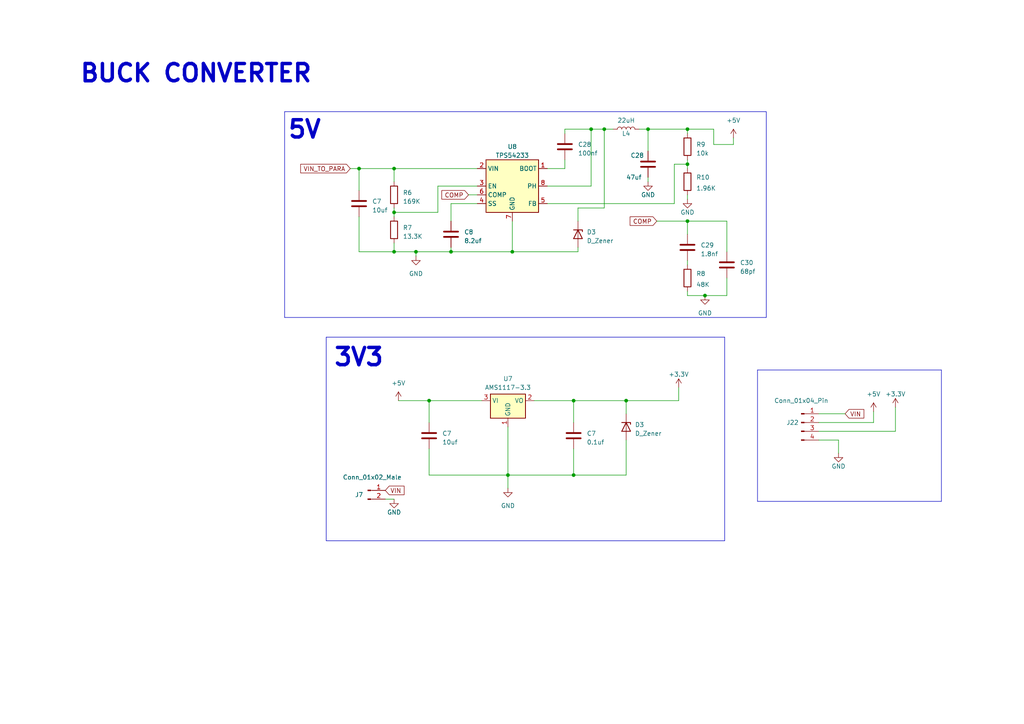
<source format=kicad_sch>
(kicad_sch (version 20230121) (generator eeschema)

  (uuid 76bb9a31-9b14-44aa-b120-cd6a74d9c94f)

  (paper "A4")

  (lib_symbols
    (symbol "Connector:Conn_01x02_Male" (pin_names (offset 1.016) hide) (in_bom yes) (on_board yes)
      (property "Reference" "J" (at 0 2.54 0)
        (effects (font (size 1.27 1.27)))
      )
      (property "Value" "Conn_01x02_Male" (at 0 -5.08 0)
        (effects (font (size 1.27 1.27)))
      )
      (property "Footprint" "" (at 0 0 0)
        (effects (font (size 1.27 1.27)) hide)
      )
      (property "Datasheet" "~" (at 0 0 0)
        (effects (font (size 1.27 1.27)) hide)
      )
      (property "ki_keywords" "connector" (at 0 0 0)
        (effects (font (size 1.27 1.27)) hide)
      )
      (property "ki_description" "Generic connector, single row, 01x02, script generated (kicad-library-utils/schlib/autogen/connector/)" (at 0 0 0)
        (effects (font (size 1.27 1.27)) hide)
      )
      (property "ki_fp_filters" "Connector*:*_1x??_*" (at 0 0 0)
        (effects (font (size 1.27 1.27)) hide)
      )
      (symbol "Conn_01x02_Male_1_1"
        (polyline
          (pts
            (xy 1.27 -2.54)
            (xy 0.8636 -2.54)
          )
          (stroke (width 0.1524) (type default))
          (fill (type none))
        )
        (polyline
          (pts
            (xy 1.27 0)
            (xy 0.8636 0)
          )
          (stroke (width 0.1524) (type default))
          (fill (type none))
        )
        (rectangle (start 0.8636 -2.413) (end 0 -2.667)
          (stroke (width 0.1524) (type default))
          (fill (type outline))
        )
        (rectangle (start 0.8636 0.127) (end 0 -0.127)
          (stroke (width 0.1524) (type default))
          (fill (type outline))
        )
        (pin passive line (at 5.08 0 180) (length 3.81)
          (name "Pin_1" (effects (font (size 1.27 1.27))))
          (number "1" (effects (font (size 1.27 1.27))))
        )
        (pin passive line (at 5.08 -2.54 180) (length 3.81)
          (name "Pin_2" (effects (font (size 1.27 1.27))))
          (number "2" (effects (font (size 1.27 1.27))))
        )
      )
    )
    (symbol "Connector:Conn_01x04_Pin" (pin_names (offset 1.016) hide) (in_bom yes) (on_board yes)
      (property "Reference" "J" (at 0 5.08 0)
        (effects (font (size 1.27 1.27)))
      )
      (property "Value" "Conn_01x04_Pin" (at 0 -7.62 0)
        (effects (font (size 1.27 1.27)))
      )
      (property "Footprint" "" (at 0 0 0)
        (effects (font (size 1.27 1.27)) hide)
      )
      (property "Datasheet" "~" (at 0 0 0)
        (effects (font (size 1.27 1.27)) hide)
      )
      (property "ki_locked" "" (at 0 0 0)
        (effects (font (size 1.27 1.27)))
      )
      (property "ki_keywords" "connector" (at 0 0 0)
        (effects (font (size 1.27 1.27)) hide)
      )
      (property "ki_description" "Generic connector, single row, 01x04, script generated" (at 0 0 0)
        (effects (font (size 1.27 1.27)) hide)
      )
      (property "ki_fp_filters" "Connector*:*_1x??_*" (at 0 0 0)
        (effects (font (size 1.27 1.27)) hide)
      )
      (symbol "Conn_01x04_Pin_1_1"
        (polyline
          (pts
            (xy 1.27 -5.08)
            (xy 0.8636 -5.08)
          )
          (stroke (width 0.1524) (type default))
          (fill (type none))
        )
        (polyline
          (pts
            (xy 1.27 -2.54)
            (xy 0.8636 -2.54)
          )
          (stroke (width 0.1524) (type default))
          (fill (type none))
        )
        (polyline
          (pts
            (xy 1.27 0)
            (xy 0.8636 0)
          )
          (stroke (width 0.1524) (type default))
          (fill (type none))
        )
        (polyline
          (pts
            (xy 1.27 2.54)
            (xy 0.8636 2.54)
          )
          (stroke (width 0.1524) (type default))
          (fill (type none))
        )
        (rectangle (start 0.8636 -4.953) (end 0 -5.207)
          (stroke (width 0.1524) (type default))
          (fill (type outline))
        )
        (rectangle (start 0.8636 -2.413) (end 0 -2.667)
          (stroke (width 0.1524) (type default))
          (fill (type outline))
        )
        (rectangle (start 0.8636 0.127) (end 0 -0.127)
          (stroke (width 0.1524) (type default))
          (fill (type outline))
        )
        (rectangle (start 0.8636 2.667) (end 0 2.413)
          (stroke (width 0.1524) (type default))
          (fill (type outline))
        )
        (pin passive line (at 5.08 2.54 180) (length 3.81)
          (name "Pin_1" (effects (font (size 1.27 1.27))))
          (number "1" (effects (font (size 1.27 1.27))))
        )
        (pin passive line (at 5.08 0 180) (length 3.81)
          (name "Pin_2" (effects (font (size 1.27 1.27))))
          (number "2" (effects (font (size 1.27 1.27))))
        )
        (pin passive line (at 5.08 -2.54 180) (length 3.81)
          (name "Pin_3" (effects (font (size 1.27 1.27))))
          (number "3" (effects (font (size 1.27 1.27))))
        )
        (pin passive line (at 5.08 -5.08 180) (length 3.81)
          (name "Pin_4" (effects (font (size 1.27 1.27))))
          (number "4" (effects (font (size 1.27 1.27))))
        )
      )
    )
    (symbol "Device:C" (pin_numbers hide) (pin_names (offset 0.254)) (in_bom yes) (on_board yes)
      (property "Reference" "C" (at 0.635 2.54 0)
        (effects (font (size 1.27 1.27)) (justify left))
      )
      (property "Value" "C" (at 0.635 -2.54 0)
        (effects (font (size 1.27 1.27)) (justify left))
      )
      (property "Footprint" "" (at 0.9652 -3.81 0)
        (effects (font (size 1.27 1.27)) hide)
      )
      (property "Datasheet" "~" (at 0 0 0)
        (effects (font (size 1.27 1.27)) hide)
      )
      (property "ki_keywords" "cap capacitor" (at 0 0 0)
        (effects (font (size 1.27 1.27)) hide)
      )
      (property "ki_description" "Unpolarized capacitor" (at 0 0 0)
        (effects (font (size 1.27 1.27)) hide)
      )
      (property "ki_fp_filters" "C_*" (at 0 0 0)
        (effects (font (size 1.27 1.27)) hide)
      )
      (symbol "C_0_1"
        (polyline
          (pts
            (xy -2.032 -0.762)
            (xy 2.032 -0.762)
          )
          (stroke (width 0.508) (type default))
          (fill (type none))
        )
        (polyline
          (pts
            (xy -2.032 0.762)
            (xy 2.032 0.762)
          )
          (stroke (width 0.508) (type default))
          (fill (type none))
        )
      )
      (symbol "C_1_1"
        (pin passive line (at 0 3.81 270) (length 2.794)
          (name "~" (effects (font (size 1.27 1.27))))
          (number "1" (effects (font (size 1.27 1.27))))
        )
        (pin passive line (at 0 -3.81 90) (length 2.794)
          (name "~" (effects (font (size 1.27 1.27))))
          (number "2" (effects (font (size 1.27 1.27))))
        )
      )
    )
    (symbol "Device:D_Zener" (pin_numbers hide) (pin_names (offset 1.016) hide) (in_bom yes) (on_board yes)
      (property "Reference" "D" (at 0 2.54 0)
        (effects (font (size 1.27 1.27)))
      )
      (property "Value" "D_Zener" (at 0 -2.54 0)
        (effects (font (size 1.27 1.27)))
      )
      (property "Footprint" "" (at 0 0 0)
        (effects (font (size 1.27 1.27)) hide)
      )
      (property "Datasheet" "~" (at 0 0 0)
        (effects (font (size 1.27 1.27)) hide)
      )
      (property "ki_keywords" "diode" (at 0 0 0)
        (effects (font (size 1.27 1.27)) hide)
      )
      (property "ki_description" "Zener diode" (at 0 0 0)
        (effects (font (size 1.27 1.27)) hide)
      )
      (property "ki_fp_filters" "TO-???* *_Diode_* *SingleDiode* D_*" (at 0 0 0)
        (effects (font (size 1.27 1.27)) hide)
      )
      (symbol "D_Zener_0_1"
        (polyline
          (pts
            (xy 1.27 0)
            (xy -1.27 0)
          )
          (stroke (width 0) (type default))
          (fill (type none))
        )
        (polyline
          (pts
            (xy -1.27 -1.27)
            (xy -1.27 1.27)
            (xy -0.762 1.27)
          )
          (stroke (width 0.254) (type default))
          (fill (type none))
        )
        (polyline
          (pts
            (xy 1.27 -1.27)
            (xy 1.27 1.27)
            (xy -1.27 0)
            (xy 1.27 -1.27)
          )
          (stroke (width 0.254) (type default))
          (fill (type none))
        )
      )
      (symbol "D_Zener_1_1"
        (pin passive line (at -3.81 0 0) (length 2.54)
          (name "K" (effects (font (size 1.27 1.27))))
          (number "1" (effects (font (size 1.27 1.27))))
        )
        (pin passive line (at 3.81 0 180) (length 2.54)
          (name "A" (effects (font (size 1.27 1.27))))
          (number "2" (effects (font (size 1.27 1.27))))
        )
      )
    )
    (symbol "Device:L" (pin_numbers hide) (pin_names (offset 1.016) hide) (in_bom yes) (on_board yes)
      (property "Reference" "L" (at -1.27 0 90)
        (effects (font (size 1.27 1.27)))
      )
      (property "Value" "L" (at 1.905 0 90)
        (effects (font (size 1.27 1.27)))
      )
      (property "Footprint" "" (at 0 0 0)
        (effects (font (size 1.27 1.27)) hide)
      )
      (property "Datasheet" "~" (at 0 0 0)
        (effects (font (size 1.27 1.27)) hide)
      )
      (property "ki_keywords" "inductor choke coil reactor magnetic" (at 0 0 0)
        (effects (font (size 1.27 1.27)) hide)
      )
      (property "ki_description" "Inductor" (at 0 0 0)
        (effects (font (size 1.27 1.27)) hide)
      )
      (property "ki_fp_filters" "Choke_* *Coil* Inductor_* L_*" (at 0 0 0)
        (effects (font (size 1.27 1.27)) hide)
      )
      (symbol "L_0_1"
        (arc (start 0 -2.54) (mid 0.6323 -1.905) (end 0 -1.27)
          (stroke (width 0) (type default))
          (fill (type none))
        )
        (arc (start 0 -1.27) (mid 0.6323 -0.635) (end 0 0)
          (stroke (width 0) (type default))
          (fill (type none))
        )
        (arc (start 0 0) (mid 0.6323 0.635) (end 0 1.27)
          (stroke (width 0) (type default))
          (fill (type none))
        )
        (arc (start 0 1.27) (mid 0.6323 1.905) (end 0 2.54)
          (stroke (width 0) (type default))
          (fill (type none))
        )
      )
      (symbol "L_1_1"
        (pin passive line (at 0 3.81 270) (length 1.27)
          (name "1" (effects (font (size 1.27 1.27))))
          (number "1" (effects (font (size 1.27 1.27))))
        )
        (pin passive line (at 0 -3.81 90) (length 1.27)
          (name "2" (effects (font (size 1.27 1.27))))
          (number "2" (effects (font (size 1.27 1.27))))
        )
      )
    )
    (symbol "Device:R" (pin_numbers hide) (pin_names (offset 0)) (in_bom yes) (on_board yes)
      (property "Reference" "R" (at 2.032 0 90)
        (effects (font (size 1.27 1.27)))
      )
      (property "Value" "R" (at 0 0 90)
        (effects (font (size 1.27 1.27)))
      )
      (property "Footprint" "" (at -1.778 0 90)
        (effects (font (size 1.27 1.27)) hide)
      )
      (property "Datasheet" "~" (at 0 0 0)
        (effects (font (size 1.27 1.27)) hide)
      )
      (property "ki_keywords" "R res resistor" (at 0 0 0)
        (effects (font (size 1.27 1.27)) hide)
      )
      (property "ki_description" "Resistor" (at 0 0 0)
        (effects (font (size 1.27 1.27)) hide)
      )
      (property "ki_fp_filters" "R_*" (at 0 0 0)
        (effects (font (size 1.27 1.27)) hide)
      )
      (symbol "R_0_1"
        (rectangle (start -1.016 -2.54) (end 1.016 2.54)
          (stroke (width 0.254) (type default))
          (fill (type none))
        )
      )
      (symbol "R_1_1"
        (pin passive line (at 0 3.81 270) (length 1.27)
          (name "~" (effects (font (size 1.27 1.27))))
          (number "1" (effects (font (size 1.27 1.27))))
        )
        (pin passive line (at 0 -3.81 90) (length 1.27)
          (name "~" (effects (font (size 1.27 1.27))))
          (number "2" (effects (font (size 1.27 1.27))))
        )
      )
    )
    (symbol "Regulator_Linear:AMS1117-3.3" (in_bom yes) (on_board yes)
      (property "Reference" "U" (at -3.81 3.175 0)
        (effects (font (size 1.27 1.27)))
      )
      (property "Value" "AMS1117-3.3" (at 0 3.175 0)
        (effects (font (size 1.27 1.27)) (justify left))
      )
      (property "Footprint" "Package_TO_SOT_SMD:SOT-223-3_TabPin2" (at 0 5.08 0)
        (effects (font (size 1.27 1.27)) hide)
      )
      (property "Datasheet" "http://www.advanced-monolithic.com/pdf/ds1117.pdf" (at 2.54 -6.35 0)
        (effects (font (size 1.27 1.27)) hide)
      )
      (property "ki_keywords" "linear regulator ldo fixed positive" (at 0 0 0)
        (effects (font (size 1.27 1.27)) hide)
      )
      (property "ki_description" "1A Low Dropout regulator, positive, 3.3V fixed output, SOT-223" (at 0 0 0)
        (effects (font (size 1.27 1.27)) hide)
      )
      (property "ki_fp_filters" "SOT?223*TabPin2*" (at 0 0 0)
        (effects (font (size 1.27 1.27)) hide)
      )
      (symbol "AMS1117-3.3_0_1"
        (rectangle (start -5.08 -5.08) (end 5.08 1.905)
          (stroke (width 0.254) (type default))
          (fill (type background))
        )
      )
      (symbol "AMS1117-3.3_1_1"
        (pin power_in line (at 0 -7.62 90) (length 2.54)
          (name "GND" (effects (font (size 1.27 1.27))))
          (number "1" (effects (font (size 1.27 1.27))))
        )
        (pin power_out line (at 7.62 0 180) (length 2.54)
          (name "VO" (effects (font (size 1.27 1.27))))
          (number "2" (effects (font (size 1.27 1.27))))
        )
        (pin power_in line (at -7.62 0 0) (length 2.54)
          (name "VI" (effects (font (size 1.27 1.27))))
          (number "3" (effects (font (size 1.27 1.27))))
        )
      )
    )
    (symbol "Regulator_Switching:TPS54233" (in_bom yes) (on_board yes)
      (property "Reference" "U" (at 0 11.43 0)
        (effects (font (size 1.27 1.27)))
      )
      (property "Value" "TPS54233" (at 0 8.89 0)
        (effects (font (size 1.27 1.27)))
      )
      (property "Footprint" "Package_SO:SOIC-8_3.9x4.9mm_P1.27mm" (at 0 0 0)
        (effects (font (size 1.27 1.27)) hide)
      )
      (property "Datasheet" "http://www.ti.com/lit/ds/symlink/tps54233.pdf" (at 0 -1.27 0)
        (effects (font (size 1.27 1.27)) hide)
      )
      (property "ki_keywords" "Step-Down DC-DC Switching Regulator High Voltage High Frequency" (at 0 0 0)
        (effects (font (size 1.27 1.27)) hide)
      )
      (property "ki_description" "2A, Step Down DC-DC Converter with Eco-mode, 3.5-28V Input Voltage, SO-8" (at 0 0 0)
        (effects (font (size 1.27 1.27)) hide)
      )
      (property "ki_fp_filters" "SOIC*3.9x4.9mm*" (at 0 0 0)
        (effects (font (size 1.27 1.27)) hide)
      )
      (symbol "TPS54233_1_1"
        (rectangle (start -7.62 7.62) (end 7.62 -7.62)
          (stroke (width 0.254) (type default))
          (fill (type background))
        )
        (pin input line (at 10.16 5.08 180) (length 2.54)
          (name "BOOT" (effects (font (size 1.27 1.27))))
          (number "1" (effects (font (size 1.27 1.27))))
        )
        (pin power_in line (at -10.16 5.08 0) (length 2.54)
          (name "VIN" (effects (font (size 1.27 1.27))))
          (number "2" (effects (font (size 1.27 1.27))))
        )
        (pin input line (at -10.16 0 0) (length 2.54)
          (name "EN" (effects (font (size 1.27 1.27))))
          (number "3" (effects (font (size 1.27 1.27))))
        )
        (pin input line (at -10.16 -5.08 0) (length 2.54)
          (name "SS" (effects (font (size 1.27 1.27))))
          (number "4" (effects (font (size 1.27 1.27))))
        )
        (pin input line (at 10.16 -5.08 180) (length 2.54)
          (name "FB" (effects (font (size 1.27 1.27))))
          (number "5" (effects (font (size 1.27 1.27))))
        )
        (pin passive line (at -10.16 -2.54 0) (length 2.54)
          (name "COMP" (effects (font (size 1.27 1.27))))
          (number "6" (effects (font (size 1.27 1.27))))
        )
        (pin power_in line (at 0 -10.16 90) (length 2.54)
          (name "GND" (effects (font (size 1.27 1.27))))
          (number "7" (effects (font (size 1.27 1.27))))
        )
        (pin output line (at 10.16 0 180) (length 2.54)
          (name "PH" (effects (font (size 1.27 1.27))))
          (number "8" (effects (font (size 1.27 1.27))))
        )
      )
    )
    (symbol "power:+3.3V" (power) (pin_names (offset 0)) (in_bom yes) (on_board yes)
      (property "Reference" "#PWR" (at 0 -3.81 0)
        (effects (font (size 1.27 1.27)) hide)
      )
      (property "Value" "+3.3V" (at 0 3.556 0)
        (effects (font (size 1.27 1.27)))
      )
      (property "Footprint" "" (at 0 0 0)
        (effects (font (size 1.27 1.27)) hide)
      )
      (property "Datasheet" "" (at 0 0 0)
        (effects (font (size 1.27 1.27)) hide)
      )
      (property "ki_keywords" "global power" (at 0 0 0)
        (effects (font (size 1.27 1.27)) hide)
      )
      (property "ki_description" "Power symbol creates a global label with name \"+3.3V\"" (at 0 0 0)
        (effects (font (size 1.27 1.27)) hide)
      )
      (symbol "+3.3V_0_1"
        (polyline
          (pts
            (xy -0.762 1.27)
            (xy 0 2.54)
          )
          (stroke (width 0) (type default))
          (fill (type none))
        )
        (polyline
          (pts
            (xy 0 0)
            (xy 0 2.54)
          )
          (stroke (width 0) (type default))
          (fill (type none))
        )
        (polyline
          (pts
            (xy 0 2.54)
            (xy 0.762 1.27)
          )
          (stroke (width 0) (type default))
          (fill (type none))
        )
      )
      (symbol "+3.3V_1_1"
        (pin power_in line (at 0 0 90) (length 0) hide
          (name "+3.3V" (effects (font (size 1.27 1.27))))
          (number "1" (effects (font (size 1.27 1.27))))
        )
      )
    )
    (symbol "power:+5V" (power) (pin_names (offset 0)) (in_bom yes) (on_board yes)
      (property "Reference" "#PWR" (at 0 -3.81 0)
        (effects (font (size 1.27 1.27)) hide)
      )
      (property "Value" "+5V" (at 0 3.556 0)
        (effects (font (size 1.27 1.27)))
      )
      (property "Footprint" "" (at 0 0 0)
        (effects (font (size 1.27 1.27)) hide)
      )
      (property "Datasheet" "" (at 0 0 0)
        (effects (font (size 1.27 1.27)) hide)
      )
      (property "ki_keywords" "global power" (at 0 0 0)
        (effects (font (size 1.27 1.27)) hide)
      )
      (property "ki_description" "Power symbol creates a global label with name \"+5V\"" (at 0 0 0)
        (effects (font (size 1.27 1.27)) hide)
      )
      (symbol "+5V_0_1"
        (polyline
          (pts
            (xy -0.762 1.27)
            (xy 0 2.54)
          )
          (stroke (width 0) (type default))
          (fill (type none))
        )
        (polyline
          (pts
            (xy 0 0)
            (xy 0 2.54)
          )
          (stroke (width 0) (type default))
          (fill (type none))
        )
        (polyline
          (pts
            (xy 0 2.54)
            (xy 0.762 1.27)
          )
          (stroke (width 0) (type default))
          (fill (type none))
        )
      )
      (symbol "+5V_1_1"
        (pin power_in line (at 0 0 90) (length 0) hide
          (name "+5V" (effects (font (size 1.27 1.27))))
          (number "1" (effects (font (size 1.27 1.27))))
        )
      )
    )
    (symbol "power:GND" (power) (pin_names (offset 0)) (in_bom yes) (on_board yes)
      (property "Reference" "#PWR" (at 0 -6.35 0)
        (effects (font (size 1.27 1.27)) hide)
      )
      (property "Value" "GND" (at 0 -3.81 0)
        (effects (font (size 1.27 1.27)))
      )
      (property "Footprint" "" (at 0 0 0)
        (effects (font (size 1.27 1.27)) hide)
      )
      (property "Datasheet" "" (at 0 0 0)
        (effects (font (size 1.27 1.27)) hide)
      )
      (property "ki_keywords" "power-flag" (at 0 0 0)
        (effects (font (size 1.27 1.27)) hide)
      )
      (property "ki_description" "Power symbol creates a global label with name \"GND\" , ground" (at 0 0 0)
        (effects (font (size 1.27 1.27)) hide)
      )
      (symbol "GND_0_1"
        (polyline
          (pts
            (xy 0 0)
            (xy 0 -1.27)
            (xy 1.27 -1.27)
            (xy 0 -2.54)
            (xy -1.27 -1.27)
            (xy 0 -1.27)
          )
          (stroke (width 0) (type default))
          (fill (type none))
        )
      )
      (symbol "GND_1_1"
        (pin power_in line (at 0 0 270) (length 0) hide
          (name "GND" (effects (font (size 1.27 1.27))))
          (number "1" (effects (font (size 1.27 1.27))))
        )
      )
    )
  )

  (junction (at 166.37 116.205) (diameter 0) (color 0 0 0 0)
    (uuid 1e543c5e-1cf7-4df8-b1ad-cd75bb6466e1)
  )
  (junction (at 124.46 116.205) (diameter 0) (color 0 0 0 0)
    (uuid 233b4cd5-4f7b-402e-bb25-78bb6f964e01)
  )
  (junction (at 199.39 47.625) (diameter 0) (color 0 0 0 0)
    (uuid 2b615617-9d26-46be-a3e7-e9e1a0fc5153)
  )
  (junction (at 147.32 137.795) (diameter 0) (color 0 0 0 0)
    (uuid 44fa0a62-d01a-43c7-909b-c6ce3f35648a)
  )
  (junction (at 181.61 116.205) (diameter 0) (color 0 0 0 0)
    (uuid 4da1f794-073c-4dac-a0d3-cd35ba012ec1)
  )
  (junction (at 120.65 73.025) (diameter 0) (color 0 0 0 0)
    (uuid 4fd0ef71-7904-478b-b7c1-5027833c9c78)
  )
  (junction (at 114.3 48.895) (diameter 0) (color 0 0 0 0)
    (uuid 5e517e68-b827-4c75-9b3a-841cf85b8040)
  )
  (junction (at 187.96 37.465) (diameter 0) (color 0 0 0 0)
    (uuid 61b85747-d46f-4f26-bb13-3b93ad27e78f)
  )
  (junction (at 204.47 85.725) (diameter 0) (color 0 0 0 0)
    (uuid 72cfc541-e763-4cbe-8dda-79ab4aed0880)
  )
  (junction (at 175.26 37.465) (diameter 0) (color 0 0 0 0)
    (uuid 856c4793-aaf3-40ff-b5a8-96a38d2bf068)
  )
  (junction (at 114.3 73.025) (diameter 0) (color 0 0 0 0)
    (uuid 86475d61-d7bf-4e3a-baea-5071b3ed6e65)
  )
  (junction (at 166.37 137.795) (diameter 0) (color 0 0 0 0)
    (uuid 88dc5ef2-a4a3-43fe-aef3-6702c590a5b1)
  )
  (junction (at 148.59 73.025) (diameter 0) (color 0 0 0 0)
    (uuid 991ee035-3459-4fb8-8315-d148f49e24fa)
  )
  (junction (at 171.45 37.465) (diameter 0) (color 0 0 0 0)
    (uuid 9f63369b-5c12-46fa-a838-4516f53cd0f6)
  )
  (junction (at 199.39 37.465) (diameter 0) (color 0 0 0 0)
    (uuid a70cc515-ed44-48ce-8421-7a2fb15c17d0)
  )
  (junction (at 104.14 48.895) (diameter 0) (color 0 0 0 0)
    (uuid b647f9e0-48e8-43f8-87b9-33df16bb42d3)
  )
  (junction (at 199.39 64.135) (diameter 0) (color 0 0 0 0)
    (uuid d7d3eecf-cce3-471b-ac09-37872ed6c489)
  )
  (junction (at 130.81 73.025) (diameter 0) (color 0 0 0 0)
    (uuid e097a828-1742-406c-9cdc-c14227962bf5)
  )
  (junction (at 114.3 61.595) (diameter 0) (color 0 0 0 0)
    (uuid e56e308c-6b66-469e-bc32-3380cddb4c7c)
  )

  (polyline (pts (xy 222.25 32.385) (xy 82.55 32.385))
    (stroke (width 0) (type default))
    (uuid 012c5f7d-8716-4298-975d-304db8d3efd7)
  )
  (polyline (pts (xy 222.25 32.385) (xy 222.25 92.075))
    (stroke (width 0) (type default))
    (uuid 0240b84b-e5e2-46a2-ad59-c09e888b5663)
  )

  (wire (pts (xy 166.37 116.205) (xy 181.61 116.205))
    (stroke (width 0) (type default))
    (uuid 03760d30-ed80-4758-9a9d-db22a2ac64d6)
  )
  (wire (pts (xy 158.75 48.895) (xy 163.83 48.895))
    (stroke (width 0) (type default))
    (uuid 053f5ed4-ab62-4472-b06a-917223a52105)
  )
  (wire (pts (xy 185.42 37.465) (xy 187.96 37.465))
    (stroke (width 0) (type default))
    (uuid 05f5d562-ce51-4a3c-bcc8-543299c07d3b)
  )
  (wire (pts (xy 210.82 80.645) (xy 210.82 85.725))
    (stroke (width 0) (type default))
    (uuid 09c8d57c-bbb4-4d86-bdd5-b73c653f33b7)
  )
  (wire (pts (xy 253.365 122.555) (xy 253.365 119.38))
    (stroke (width 0) (type default))
    (uuid 09fcc42e-8ef6-4092-9acf-e153f6506bd0)
  )
  (polyline (pts (xy 210.185 97.79) (xy 210.185 156.845))
    (stroke (width 0) (type default))
    (uuid 0f22dd8b-56f3-42c4-87f9-bc7aa7a92fcc)
  )

  (wire (pts (xy 124.46 130.175) (xy 124.46 137.795))
    (stroke (width 0) (type default))
    (uuid 1434b72f-37ca-46d0-a901-3c5645cdcca7)
  )
  (wire (pts (xy 207.01 41.91) (xy 212.725 41.91))
    (stroke (width 0) (type default))
    (uuid 17a8a44b-eedb-4d51-8ac8-7653966bbc91)
  )
  (wire (pts (xy 104.14 62.865) (xy 104.14 73.025))
    (stroke (width 0) (type default))
    (uuid 1aee2ccc-3156-412d-a97d-89a9a9b232b5)
  )
  (wire (pts (xy 243.205 127.635) (xy 237.49 127.635))
    (stroke (width 0) (type default))
    (uuid 1dd2e79c-0ac2-44f5-8858-17b77742ffbf)
  )
  (wire (pts (xy 237.49 125.095) (xy 259.715 125.095))
    (stroke (width 0) (type default))
    (uuid 2aa86ba3-8b98-424d-8e7a-42018847c247)
  )
  (wire (pts (xy 114.3 73.025) (xy 120.65 73.025))
    (stroke (width 0) (type default))
    (uuid 2ac9f092-83c1-4396-b983-3eb6073040e1)
  )
  (wire (pts (xy 187.96 51.435) (xy 187.96 52.705))
    (stroke (width 0) (type default))
    (uuid 2f057655-011d-43ee-b400-3ddca09d5ddd)
  )
  (wire (pts (xy 147.32 141.605) (xy 147.32 137.795))
    (stroke (width 0) (type default))
    (uuid 2f0babeb-3a7e-439e-8090-3ec4373942a1)
  )
  (wire (pts (xy 196.85 116.205) (xy 196.85 112.395))
    (stroke (width 0) (type default))
    (uuid 30a50105-5db4-4e05-b865-ed0d7dbf0790)
  )
  (wire (pts (xy 127 61.595) (xy 114.3 61.595))
    (stroke (width 0) (type default))
    (uuid 317586cd-00c1-43d7-b757-84a26f1885cf)
  )
  (wire (pts (xy 175.26 60.325) (xy 175.26 37.465))
    (stroke (width 0) (type default))
    (uuid 3834f293-6bdb-42eb-b299-b71a7f89895e)
  )
  (wire (pts (xy 199.39 64.135) (xy 210.82 64.135))
    (stroke (width 0) (type default))
    (uuid 390114ef-5ba4-4007-b0fd-d449cd373238)
  )
  (wire (pts (xy 199.39 37.465) (xy 199.39 38.735))
    (stroke (width 0) (type default))
    (uuid 45e162c8-825f-49ac-8822-87063177d17e)
  )
  (wire (pts (xy 167.64 64.135) (xy 167.64 60.325))
    (stroke (width 0) (type default))
    (uuid 479a6547-117d-4785-b447-b8149993ddf6)
  )
  (wire (pts (xy 181.61 116.205) (xy 181.61 120.015))
    (stroke (width 0) (type default))
    (uuid 4dbc64cc-2035-43eb-8c9d-1beddf1e624b)
  )
  (wire (pts (xy 187.96 37.465) (xy 187.96 43.815))
    (stroke (width 0) (type default))
    (uuid 4e945636-e669-4db9-ae62-798d08c50ca4)
  )
  (polyline (pts (xy 219.71 107.315) (xy 219.71 145.415))
    (stroke (width 0) (type default))
    (uuid 531608bc-9797-4607-bc89-ff181925cf06)
  )

  (wire (pts (xy 114.3 60.325) (xy 114.3 61.595))
    (stroke (width 0) (type default))
    (uuid 59102dbc-13cd-4103-adb0-ca218b8b12e2)
  )
  (wire (pts (xy 199.39 56.515) (xy 199.39 57.785))
    (stroke (width 0) (type default))
    (uuid 5b37b66e-2e07-40a2-8158-5411967d8e51)
  )
  (wire (pts (xy 120.65 73.025) (xy 120.65 74.295))
    (stroke (width 0) (type default))
    (uuid 61f7e4d2-c064-4710-86a5-ad79c075310c)
  )
  (wire (pts (xy 171.45 53.975) (xy 171.45 37.465))
    (stroke (width 0) (type default))
    (uuid 657fa2e1-014b-4da8-9ee2-bf4c03207d93)
  )
  (polyline (pts (xy 94.615 97.79) (xy 210.185 97.79))
    (stroke (width 0) (type default))
    (uuid 69257bd1-34b1-413b-aff9-237f3a753dd8)
  )

  (wire (pts (xy 120.65 73.025) (xy 130.81 73.025))
    (stroke (width 0) (type default))
    (uuid 6c003e3e-f299-42ca-95d8-e4eaa194eb11)
  )
  (wire (pts (xy 158.75 59.055) (xy 195.58 59.055))
    (stroke (width 0) (type default))
    (uuid 6c71356e-55ea-4629-996f-d0672f96004b)
  )
  (wire (pts (xy 115.57 116.205) (xy 124.46 116.205))
    (stroke (width 0) (type default))
    (uuid 6ee9c824-c614-4642-b7f0-1d5c2933a1e5)
  )
  (wire (pts (xy 127 53.975) (xy 127 61.595))
    (stroke (width 0) (type default))
    (uuid 751a1919-dfb6-444b-adc5-15740b8adc27)
  )
  (wire (pts (xy 243.205 131.445) (xy 243.205 127.635))
    (stroke (width 0) (type default))
    (uuid 78852b4a-71f4-47ce-be50-a4b475ad49ea)
  )
  (wire (pts (xy 171.45 37.465) (xy 175.26 37.465))
    (stroke (width 0) (type default))
    (uuid 7aa5f682-16de-470b-a16e-c634aa982184)
  )
  (wire (pts (xy 138.43 53.975) (xy 127 53.975))
    (stroke (width 0) (type default))
    (uuid 7db347cb-6de5-4bb1-91aa-ba37b889d556)
  )
  (wire (pts (xy 166.37 116.205) (xy 166.37 122.555))
    (stroke (width 0) (type default))
    (uuid 80e5819d-cf24-4240-b792-3568f4ebaf55)
  )
  (wire (pts (xy 147.32 137.795) (xy 166.37 137.795))
    (stroke (width 0) (type default))
    (uuid 81e121ed-5020-49eb-8445-73ece9a91325)
  )
  (wire (pts (xy 204.47 85.725) (xy 210.82 85.725))
    (stroke (width 0) (type default))
    (uuid 830279b8-a814-481b-9095-c431bbd9d9dc)
  )
  (wire (pts (xy 114.3 48.895) (xy 138.43 48.895))
    (stroke (width 0) (type default))
    (uuid 8310d5f4-b726-4454-9e92-c17653d205ea)
  )
  (polyline (pts (xy 94.615 97.79) (xy 94.615 156.845))
    (stroke (width 0) (type default))
    (uuid 87a203a7-a854-4fb5-8135-6ca5136bb627)
  )

  (wire (pts (xy 195.58 59.055) (xy 195.58 47.625))
    (stroke (width 0) (type default))
    (uuid 89f0341e-04bf-4d84-9aef-7dcf0e2bb545)
  )
  (wire (pts (xy 163.83 48.895) (xy 163.83 46.355))
    (stroke (width 0) (type default))
    (uuid 89f4ab4d-da88-4f20-bd1f-e7ca1ac2ef8a)
  )
  (wire (pts (xy 147.32 137.795) (xy 147.32 123.825))
    (stroke (width 0) (type default))
    (uuid 8d9b2a45-43d8-4276-b17a-50487c71d9e4)
  )
  (wire (pts (xy 259.715 125.095) (xy 259.715 118.11))
    (stroke (width 0) (type default))
    (uuid 9033df4c-6939-48e5-96be-38df820452d8)
  )
  (wire (pts (xy 154.94 116.205) (xy 166.37 116.205))
    (stroke (width 0) (type default))
    (uuid 920ae95c-a8ab-421b-ad8e-be8c38beeaf2)
  )
  (wire (pts (xy 175.26 37.465) (xy 177.8 37.465))
    (stroke (width 0) (type default))
    (uuid 93ed04ee-6291-489d-849d-bebe8d5952b5)
  )
  (polyline (pts (xy 82.55 32.385) (xy 82.55 92.075))
    (stroke (width 0) (type default))
    (uuid 9b84ee5f-bcef-4206-ab2c-449044f12f90)
  )

  (wire (pts (xy 199.39 84.455) (xy 199.39 85.725))
    (stroke (width 0) (type default))
    (uuid 9c8fab8a-9d05-4b9b-8f03-1bd0ea2df73a)
  )
  (wire (pts (xy 104.14 48.895) (xy 114.3 48.895))
    (stroke (width 0) (type default))
    (uuid 9f736ecf-a2cb-4beb-bc5e-ca267d85b524)
  )
  (wire (pts (xy 187.96 37.465) (xy 199.39 37.465))
    (stroke (width 0) (type default))
    (uuid a0c60422-155f-4e53-98e7-d9424d82e224)
  )
  (wire (pts (xy 195.58 47.625) (xy 199.39 47.625))
    (stroke (width 0) (type default))
    (uuid a42812ee-7473-4809-8b83-d430ded15588)
  )
  (wire (pts (xy 163.83 37.465) (xy 171.45 37.465))
    (stroke (width 0) (type default))
    (uuid a52f1821-eb4b-4554-94b7-8f967b9322ee)
  )
  (wire (pts (xy 237.49 122.555) (xy 253.365 122.555))
    (stroke (width 0) (type default))
    (uuid a6148311-4c6e-4bf3-b670-3bf6df719367)
  )
  (wire (pts (xy 111.76 144.78) (xy 114.3 144.78))
    (stroke (width 0) (type default))
    (uuid a6a49a8c-0727-4490-a867-ad5f478f761d)
  )
  (wire (pts (xy 199.39 37.465) (xy 207.01 37.465))
    (stroke (width 0) (type default))
    (uuid a762e0ea-bde8-4673-9773-5bdf8a66c482)
  )
  (wire (pts (xy 190.5 64.135) (xy 199.39 64.135))
    (stroke (width 0) (type default))
    (uuid a8b31d97-f967-407e-93c7-04db4722f412)
  )
  (wire (pts (xy 114.3 73.025) (xy 114.3 70.485))
    (stroke (width 0) (type default))
    (uuid a8e60410-e6ba-4d2b-934a-e55022bf9b49)
  )
  (wire (pts (xy 166.37 130.175) (xy 166.37 137.795))
    (stroke (width 0) (type default))
    (uuid a9ca2536-8f6d-409c-86d8-3e1925ddbb2c)
  )
  (wire (pts (xy 199.39 75.565) (xy 199.39 76.835))
    (stroke (width 0) (type default))
    (uuid ab6c2ea1-4ce2-494d-8e08-f2c0b1bfbbc4)
  )
  (wire (pts (xy 207.01 37.465) (xy 207.01 41.91))
    (stroke (width 0) (type default))
    (uuid b0043178-baf4-4c04-bd46-13a6ead0e900)
  )
  (wire (pts (xy 135.89 56.515) (xy 138.43 56.515))
    (stroke (width 0) (type default))
    (uuid b0be223d-a4ad-445a-add3-15571d80fabb)
  )
  (wire (pts (xy 130.81 59.055) (xy 138.43 59.055))
    (stroke (width 0) (type default))
    (uuid b25233e5-970b-4e39-b932-7e9979fb3ef5)
  )
  (wire (pts (xy 181.61 116.205) (xy 196.85 116.205))
    (stroke (width 0) (type default))
    (uuid b7ac4f1b-83f2-4eb6-b186-93030e043cf0)
  )
  (wire (pts (xy 181.61 127.635) (xy 181.61 137.795))
    (stroke (width 0) (type default))
    (uuid b9dfcefb-da53-4b0b-b066-25b1d7642636)
  )
  (wire (pts (xy 163.83 37.465) (xy 163.83 38.735))
    (stroke (width 0) (type default))
    (uuid ba29b38c-cda8-4dd9-879a-19df8b0e844a)
  )
  (wire (pts (xy 114.3 48.895) (xy 114.3 52.705))
    (stroke (width 0) (type default))
    (uuid bc70a711-ec3b-4896-a76c-d0b880db0a29)
  )
  (wire (pts (xy 212.725 41.91) (xy 212.725 40.005))
    (stroke (width 0) (type default))
    (uuid bcd54abd-8efb-4572-bae9-225ccf3fc337)
  )
  (wire (pts (xy 130.81 64.135) (xy 130.81 59.055))
    (stroke (width 0) (type default))
    (uuid c1b4b5c9-18a6-4ad9-81e8-608d18b0b1f1)
  )
  (wire (pts (xy 114.3 61.595) (xy 114.3 62.865))
    (stroke (width 0) (type default))
    (uuid c51dd392-850f-4dc7-9417-909d543ccee5)
  )
  (wire (pts (xy 237.49 120.015) (xy 245.11 120.015))
    (stroke (width 0) (type default))
    (uuid c549fea4-4322-4265-a8c5-48338d11bd28)
  )
  (wire (pts (xy 101.6 48.895) (xy 104.14 48.895))
    (stroke (width 0) (type default))
    (uuid c6a285a7-8ed7-41fa-ac71-0732ce8cd13f)
  )
  (polyline (pts (xy 273.05 107.315) (xy 273.05 145.415))
    (stroke (width 0) (type default))
    (uuid c7192d08-c92f-400c-830b-d503988a5564)
  )

  (wire (pts (xy 148.59 64.135) (xy 148.59 73.025))
    (stroke (width 0) (type default))
    (uuid caa4f61e-2d34-49e0-9438-c09b799ecb15)
  )
  (wire (pts (xy 130.81 71.755) (xy 130.81 73.025))
    (stroke (width 0) (type default))
    (uuid cd613802-84db-439e-91fb-1867dfd47cda)
  )
  (wire (pts (xy 167.64 60.325) (xy 175.26 60.325))
    (stroke (width 0) (type default))
    (uuid cdb7d965-c993-43c1-bc1e-cfcc2b054f3c)
  )
  (polyline (pts (xy 82.55 92.075) (xy 222.25 92.075))
    (stroke (width 0) (type default))
    (uuid cdba9f3e-b69c-4b73-b3cb-0e24f3106dc4)
  )

  (wire (pts (xy 158.75 53.975) (xy 171.45 53.975))
    (stroke (width 0) (type default))
    (uuid d10199dd-0045-4a57-b92c-d128d23ae104)
  )
  (polyline (pts (xy 273.05 145.415) (xy 219.71 145.415))
    (stroke (width 0) (type default))
    (uuid d1c47ac5-9829-4af5-a256-d3cc0af18463)
  )

  (wire (pts (xy 199.39 47.625) (xy 199.39 48.895))
    (stroke (width 0) (type default))
    (uuid d6555115-fd92-4095-a56f-a3e2c2c4bcbe)
  )
  (polyline (pts (xy 219.71 107.315) (xy 273.05 107.315))
    (stroke (width 0) (type default))
    (uuid d66c9258-b543-438c-8eb9-87a7b14e638a)
  )

  (wire (pts (xy 104.14 73.025) (xy 114.3 73.025))
    (stroke (width 0) (type default))
    (uuid db806059-7306-4877-8968-c87d825b47b6)
  )
  (polyline (pts (xy 210.185 156.845) (xy 94.615 156.845))
    (stroke (width 0) (type default))
    (uuid de160105-703c-4a5a-a95e-5993517738f5)
  )

  (wire (pts (xy 199.39 64.135) (xy 199.39 67.945))
    (stroke (width 0) (type default))
    (uuid e173841a-2751-4b59-89d0-e4a1714bca03)
  )
  (wire (pts (xy 181.61 137.795) (xy 166.37 137.795))
    (stroke (width 0) (type default))
    (uuid e9bbe202-0a47-45e8-86d1-83caf6d397ae)
  )
  (wire (pts (xy 148.59 73.025) (xy 130.81 73.025))
    (stroke (width 0) (type default))
    (uuid ec8c4bdd-b2ca-46e8-9da2-28fba7f8d45f)
  )
  (wire (pts (xy 124.46 137.795) (xy 147.32 137.795))
    (stroke (width 0) (type default))
    (uuid ecb7e978-32fe-41f1-8179-8ab1edba3758)
  )
  (wire (pts (xy 199.39 85.725) (xy 204.47 85.725))
    (stroke (width 0) (type default))
    (uuid f195c822-741d-4ffc-b522-8f7b4c03eef8)
  )
  (wire (pts (xy 167.64 73.025) (xy 148.59 73.025))
    (stroke (width 0) (type default))
    (uuid f2022c69-19f0-4a3b-8b2b-d951bd020350)
  )
  (wire (pts (xy 210.82 73.025) (xy 210.82 64.135))
    (stroke (width 0) (type default))
    (uuid f23fabbe-80b7-4f18-a4f3-89239ed69c4a)
  )
  (wire (pts (xy 199.39 46.355) (xy 199.39 47.625))
    (stroke (width 0) (type default))
    (uuid f5515ed1-eb69-4bae-9894-56367404e695)
  )
  (wire (pts (xy 124.46 116.205) (xy 139.7 116.205))
    (stroke (width 0) (type default))
    (uuid f5b58c50-f5bd-41c9-81c8-d3092d878c3f)
  )
  (wire (pts (xy 167.64 71.755) (xy 167.64 73.025))
    (stroke (width 0) (type default))
    (uuid f67d7305-183c-46aa-a7f5-a99806dfeb6d)
  )
  (wire (pts (xy 104.14 48.895) (xy 104.14 55.245))
    (stroke (width 0) (type default))
    (uuid fab5d3ae-5aca-42b5-a96a-7ce06d7c8846)
  )
  (wire (pts (xy 124.46 116.205) (xy 124.46 122.555))
    (stroke (width 0) (type default))
    (uuid ff51ce42-63fb-4d3b-8226-a6d8b837d771)
  )

  (text "3V3\n" (at 96.52 106.68 0)
    (effects (font (size 5 5) (thickness 1) bold) (justify left bottom))
    (uuid 93656ef1-b3b2-4062-900a-e6f453290249)
  )
  (text "BUCK CONVERTER\n\n" (at 22.86 32.385 0)
    (effects (font (size 5 5) (thickness 1) bold) (justify left bottom))
    (uuid e4c67f22-82e3-4ac1-8691-a368831dd058)
  )
  (text "5V" (at 83.185 40.64 0)
    (effects (font (size 5 5) (thickness 1) bold) (justify left bottom))
    (uuid f8c3602b-4d82-4f9a-932f-b8451c83ac84)
  )

  (global_label "VIN_TO_PARA" (shape input) (at 101.6 48.895 180) (fields_autoplaced)
    (effects (font (size 1.27 1.27)) (justify right))
    (uuid 136f4095-358c-4822-a115-3333888f2a92)
    (property "Intersheetrefs" "${INTERSHEET_REFS}" (at 86.7198 48.895 0)
      (effects (font (size 1.27 1.27)) (justify right) hide)
    )
  )
  (global_label "VIN" (shape input) (at 245.11 120.015 0) (fields_autoplaced)
    (effects (font (size 1.27 1.27)) (justify left))
    (uuid 4697bcb2-93a1-413a-8b24-bb586c9a952b)
    (property "Intersheetrefs" "${INTERSHEET_REFS}" (at 251.0397 120.015 0)
      (effects (font (size 1.27 1.27)) (justify left) hide)
    )
  )
  (global_label "COMP" (shape input) (at 190.5 64.135 180) (fields_autoplaced)
    (effects (font (size 1.27 1.27)) (justify right))
    (uuid 876785f7-a1f0-46b7-9d25-255e8877878e)
    (property "Intersheetrefs" "${INTERSHEET_REFS}" (at 182.2723 64.135 0)
      (effects (font (size 1.27 1.27)) (justify right) hide)
    )
  )
  (global_label "COMP" (shape input) (at 135.89 56.515 180) (fields_autoplaced)
    (effects (font (size 1.27 1.27)) (justify right))
    (uuid 8b21fcba-5afb-4456-96a8-5baac7d59b27)
    (property "Intersheetrefs" "${INTERSHEET_REFS}" (at 127.6623 56.515 0)
      (effects (font (size 1.27 1.27)) (justify right) hide)
    )
  )
  (global_label "VIN" (shape input) (at 111.76 142.24 0) (fields_autoplaced)
    (effects (font (size 1.27 1.27)) (justify left))
    (uuid 9b0dc8c0-5339-44e3-bad2-6d45488725a7)
    (property "Intersheetrefs" "${INTERSHEET_REFS}" (at 117.6897 142.24 0)
      (effects (font (size 1.27 1.27)) (justify left) hide)
    )
  )

  (symbol (lib_id "Device:L") (at 181.61 37.465 90) (unit 1)
    (in_bom yes) (on_board yes) (dnp no)
    (uuid 067eaea1-1a23-4513-9b50-7340bf0608fd)
    (property "Reference" "L4" (at 181.61 38.735 90)
      (effects (font (size 1.27 1.27)))
    )
    (property "Value" "22uH" (at 181.61 34.925 90)
      (effects (font (size 1.27 1.27)))
    )
    (property "Footprint" "Inductor_SMD:L_6.3x6.3_H3" (at 181.61 37.465 0)
      (effects (font (size 1.27 1.27)) hide)
    )
    (property "Datasheet" "~" (at 181.61 37.465 0)
      (effects (font (size 1.27 1.27)) hide)
    )
    (pin "1" (uuid dc1cd1f1-d9b6-4abc-954f-ebab5ca88604))
    (pin "2" (uuid 4622605c-4717-4c01-b53e-7da915ab87d2))
    (instances
      (project "flight_computer_rocketry"
        (path "/4b180275-8355-49dd-8abb-8c8f51c45b28"
          (reference "L4") (unit 1)
        )
        (path "/4b180275-8355-49dd-8abb-8c8f51c45b28/6b8b7704-9794-4382-9146-91c69217008c"
          (reference "L4") (unit 1)
        )
      )
    )
  )

  (symbol (lib_id "power:+5V") (at 212.725 40.005 0) (unit 1)
    (in_bom yes) (on_board yes) (dnp no) (fields_autoplaced)
    (uuid 195b500f-75bb-445a-8639-6e9f2bc90c69)
    (property "Reference" "#PWR040" (at 212.725 43.815 0)
      (effects (font (size 1.27 1.27)) hide)
    )
    (property "Value" "+5V" (at 212.725 34.925 0)
      (effects (font (size 1.27 1.27)))
    )
    (property "Footprint" "" (at 212.725 40.005 0)
      (effects (font (size 1.27 1.27)) hide)
    )
    (property "Datasheet" "" (at 212.725 40.005 0)
      (effects (font (size 1.27 1.27)) hide)
    )
    (pin "1" (uuid 1a838c4f-dcae-4f38-8ce4-b56da7920c7c))
    (instances
      (project "flight_computer_rocketry"
        (path "/4b180275-8355-49dd-8abb-8c8f51c45b28/6b8b7704-9794-4382-9146-91c69217008c"
          (reference "#PWR040") (unit 1)
        )
      )
    )
  )

  (symbol (lib_id "Device:R") (at 114.3 66.675 0) (unit 1)
    (in_bom yes) (on_board yes) (dnp no) (fields_autoplaced)
    (uuid 2411c99b-5226-4210-b617-1ec3029783e5)
    (property "Reference" "R7" (at 116.84 66.04 0)
      (effects (font (size 1.27 1.27)) (justify left))
    )
    (property "Value" "13.3K" (at 116.84 68.58 0)
      (effects (font (size 1.27 1.27)) (justify left))
    )
    (property "Footprint" "Resistor_SMD:R_1206_3216Metric_Pad1.30x1.75mm_HandSolder" (at 112.522 66.675 90)
      (effects (font (size 1.27 1.27)) hide)
    )
    (property "Datasheet" "~" (at 114.3 66.675 0)
      (effects (font (size 1.27 1.27)) hide)
    )
    (pin "1" (uuid d21f578e-261a-4671-ae89-df9c9d174f59))
    (pin "2" (uuid 57a7b97f-8086-44a3-806d-89f774129cd8))
    (instances
      (project "flight_computer_rocketry"
        (path "/4b180275-8355-49dd-8abb-8c8f51c45b28"
          (reference "R7") (unit 1)
        )
        (path "/4b180275-8355-49dd-8abb-8c8f51c45b28/6b8b7704-9794-4382-9146-91c69217008c"
          (reference "R7") (unit 1)
        )
      )
    )
  )

  (symbol (lib_id "power:+5V") (at 253.365 119.38 0) (unit 1)
    (in_bom yes) (on_board yes) (dnp no) (fields_autoplaced)
    (uuid 2503f9a4-1253-4dc3-a129-37004c4459c7)
    (property "Reference" "#PWR023" (at 253.365 123.19 0)
      (effects (font (size 1.27 1.27)) hide)
    )
    (property "Value" "+5V" (at 253.365 114.3 0)
      (effects (font (size 1.27 1.27)))
    )
    (property "Footprint" "" (at 253.365 119.38 0)
      (effects (font (size 1.27 1.27)) hide)
    )
    (property "Datasheet" "" (at 253.365 119.38 0)
      (effects (font (size 1.27 1.27)) hide)
    )
    (pin "1" (uuid 198d2f30-b4fd-41fd-88ef-1850f7d805d5))
    (instances
      (project "flight_computer_rocketry"
        (path "/4b180275-8355-49dd-8abb-8c8f51c45b28/6b8b7704-9794-4382-9146-91c69217008c"
          (reference "#PWR023") (unit 1)
        )
        (path "/4b180275-8355-49dd-8abb-8c8f51c45b28/dc8e4bc1-2881-45f4-995c-f92f5bde5edb"
          (reference "#PWR023") (unit 1)
        )
      )
    )
  )

  (symbol (lib_id "Device:C") (at 130.81 67.945 0) (unit 1)
    (in_bom yes) (on_board yes) (dnp no) (fields_autoplaced)
    (uuid 27eeba03-e0f0-4ab7-8d71-9538c8c5b18b)
    (property "Reference" "C8" (at 134.62 67.31 0)
      (effects (font (size 1.27 1.27)) (justify left))
    )
    (property "Value" "8.2uf" (at 134.62 69.85 0)
      (effects (font (size 1.27 1.27)) (justify left))
    )
    (property "Footprint" "Capacitor_SMD:C_1206_3216Metric_Pad1.33x1.80mm_HandSolder" (at 131.7752 71.755 0)
      (effects (font (size 1.27 1.27)) hide)
    )
    (property "Datasheet" "~" (at 130.81 67.945 0)
      (effects (font (size 1.27 1.27)) hide)
    )
    (pin "1" (uuid 4076f603-acb0-4eb5-b338-96da14b409b6))
    (pin "2" (uuid 55146d9a-9d67-4998-8d3c-ac240d716128))
    (instances
      (project "flight_computer_rocketry"
        (path "/4b180275-8355-49dd-8abb-8c8f51c45b28"
          (reference "C8") (unit 1)
        )
        (path "/4b180275-8355-49dd-8abb-8c8f51c45b28/6b8b7704-9794-4382-9146-91c69217008c"
          (reference "C2") (unit 1)
        )
      )
    )
  )

  (symbol (lib_id "Device:R") (at 199.39 42.545 0) (unit 1)
    (in_bom yes) (on_board yes) (dnp no) (fields_autoplaced)
    (uuid 2b464fdf-e84d-4f0f-93a8-cfa324391d1b)
    (property "Reference" "R9" (at 201.93 41.91 0)
      (effects (font (size 1.27 1.27)) (justify left))
    )
    (property "Value" "10k" (at 201.93 44.45 0)
      (effects (font (size 1.27 1.27)) (justify left))
    )
    (property "Footprint" "Resistor_SMD:R_1206_3216Metric_Pad1.30x1.75mm_HandSolder" (at 197.612 42.545 90)
      (effects (font (size 1.27 1.27)) hide)
    )
    (property "Datasheet" "~" (at 199.39 42.545 0)
      (effects (font (size 1.27 1.27)) hide)
    )
    (pin "1" (uuid b5b724af-39ab-4cdf-9b76-00c3f7ae8cd2))
    (pin "2" (uuid 1ad94f2b-cbfc-489c-8fff-841d7b80884d))
    (instances
      (project "flight_computer_rocketry"
        (path "/4b180275-8355-49dd-8abb-8c8f51c45b28"
          (reference "R9") (unit 1)
        )
        (path "/4b180275-8355-49dd-8abb-8c8f51c45b28/6b8b7704-9794-4382-9146-91c69217008c"
          (reference "R9") (unit 1)
        )
      )
    )
  )

  (symbol (lib_id "Device:C") (at 210.82 76.835 0) (unit 1)
    (in_bom yes) (on_board yes) (dnp no) (fields_autoplaced)
    (uuid 2fe97d22-3dff-4bdb-ba16-f2caec5cc556)
    (property "Reference" "C30" (at 214.63 76.2 0)
      (effects (font (size 1.27 1.27)) (justify left))
    )
    (property "Value" "68pf" (at 214.63 78.74 0)
      (effects (font (size 1.27 1.27)) (justify left))
    )
    (property "Footprint" "Capacitor_SMD:C_0603_1608Metric_Pad1.08x0.95mm_HandSolder" (at 211.7852 80.645 0)
      (effects (font (size 1.27 1.27)) hide)
    )
    (property "Datasheet" "~" (at 210.82 76.835 0)
      (effects (font (size 1.27 1.27)) hide)
    )
    (pin "1" (uuid 5dc4142c-cd5a-4f8e-994e-992a8a83c93d))
    (pin "2" (uuid 31a14337-ba6c-414e-add2-554131c05038))
    (instances
      (project "flight_computer_rocketry"
        (path "/4b180275-8355-49dd-8abb-8c8f51c45b28"
          (reference "C30") (unit 1)
        )
        (path "/4b180275-8355-49dd-8abb-8c8f51c45b28/6b8b7704-9794-4382-9146-91c69217008c"
          (reference "C8") (unit 1)
        )
      )
    )
  )

  (symbol (lib_id "Connector:Conn_01x02_Male") (at 106.68 142.24 0) (unit 1)
    (in_bom yes) (on_board yes) (dnp no)
    (uuid 3ebc2e35-8d81-4b1d-bb3f-77762d69638c)
    (property "Reference" "J7" (at 104.14 143.51 0)
      (effects (font (size 1.27 1.27)))
    )
    (property "Value" "Conn_01x02_Male" (at 107.95 138.43 0)
      (effects (font (size 1.27 1.27)))
    )
    (property "Footprint" "Connector_JST:JST_EH_S2B-EH_1x02_P2.50mm_Horizontal" (at 106.68 142.24 0)
      (effects (font (size 1.27 1.27)) hide)
    )
    (property "Datasheet" "~" (at 106.68 142.24 0)
      (effects (font (size 1.27 1.27)) hide)
    )
    (pin "1" (uuid 2f83328f-540b-4004-a489-d4bc8419dca2))
    (pin "2" (uuid caecc33d-320c-4dc9-9519-3fd5e14a62e9))
    (instances
      (project "flight_computer_rocketry"
        (path "/4b180275-8355-49dd-8abb-8c8f51c45b28"
          (reference "J7") (unit 1)
        )
        (path "/4b180275-8355-49dd-8abb-8c8f51c45b28/dc8e4bc1-2881-45f4-995c-f92f5bde5edb"
          (reference "J17") (unit 1)
        )
        (path "/4b180275-8355-49dd-8abb-8c8f51c45b28/6b8b7704-9794-4382-9146-91c69217008c"
          (reference "J17") (unit 1)
        )
      )
    )
  )

  (symbol (lib_id "Device:C") (at 199.39 71.755 0) (unit 1)
    (in_bom yes) (on_board yes) (dnp no)
    (uuid 4ba7d443-32d4-4e16-80b4-b1509df8dd77)
    (property "Reference" "C29" (at 203.2 71.12 0)
      (effects (font (size 1.27 1.27)) (justify left))
    )
    (property "Value" "1.8nf" (at 203.2 73.66 0)
      (effects (font (size 1.27 1.27)) (justify left))
    )
    (property "Footprint" "Capacitor_SMD:C_0805_2012Metric_Pad1.18x1.45mm_HandSolder" (at 200.3552 75.565 0)
      (effects (font (size 1.27 1.27)) hide)
    )
    (property "Datasheet" "~" (at 199.39 71.755 0)
      (effects (font (size 1.27 1.27)) hide)
    )
    (pin "1" (uuid e865a181-11a9-4903-81c8-18aed24d1eb2))
    (pin "2" (uuid eb78ac59-5c00-4369-9c04-b2ea37005719))
    (instances
      (project "flight_computer_rocketry"
        (path "/4b180275-8355-49dd-8abb-8c8f51c45b28"
          (reference "C29") (unit 1)
        )
        (path "/4b180275-8355-49dd-8abb-8c8f51c45b28/6b8b7704-9794-4382-9146-91c69217008c"
          (reference "C7") (unit 1)
        )
      )
    )
  )

  (symbol (lib_id "power:GND") (at 187.96 52.705 0) (unit 1)
    (in_bom yes) (on_board yes) (dnp no)
    (uuid 53619e4a-8004-4af7-a690-ee6243c7747f)
    (property "Reference" "#PWR011" (at 187.96 59.055 0)
      (effects (font (size 1.27 1.27)) hide)
    )
    (property "Value" "GND" (at 187.96 56.515 0)
      (effects (font (size 1.27 1.27)))
    )
    (property "Footprint" "" (at 187.96 52.705 0)
      (effects (font (size 1.27 1.27)) hide)
    )
    (property "Datasheet" "" (at 187.96 52.705 0)
      (effects (font (size 1.27 1.27)) hide)
    )
    (pin "1" (uuid ea094a99-0bb8-4106-95f0-15d5a879ea57))
    (instances
      (project "flight_computer_rocketry"
        (path "/4b180275-8355-49dd-8abb-8c8f51c45b28"
          (reference "#PWR011") (unit 1)
        )
        (path "/4b180275-8355-49dd-8abb-8c8f51c45b28/6b8b7704-9794-4382-9146-91c69217008c"
          (reference "#PWR020") (unit 1)
        )
      )
    )
  )

  (symbol (lib_id "power:GND") (at 120.65 74.295 0) (unit 1)
    (in_bom yes) (on_board yes) (dnp no) (fields_autoplaced)
    (uuid 5b3b5ec7-3d6e-406b-ba3a-011bf81e588b)
    (property "Reference" "#PWR010" (at 120.65 80.645 0)
      (effects (font (size 1.27 1.27)) hide)
    )
    (property "Value" "GND" (at 120.65 79.375 0)
      (effects (font (size 1.27 1.27)))
    )
    (property "Footprint" "" (at 120.65 74.295 0)
      (effects (font (size 1.27 1.27)) hide)
    )
    (property "Datasheet" "" (at 120.65 74.295 0)
      (effects (font (size 1.27 1.27)) hide)
    )
    (pin "1" (uuid 80146935-cb56-4ec2-9b32-5e2585db9872))
    (instances
      (project "flight_computer_rocketry"
        (path "/4b180275-8355-49dd-8abb-8c8f51c45b28"
          (reference "#PWR010") (unit 1)
        )
        (path "/4b180275-8355-49dd-8abb-8c8f51c45b28/6b8b7704-9794-4382-9146-91c69217008c"
          (reference "#PWR010") (unit 1)
        )
      )
    )
  )

  (symbol (lib_id "power:GND") (at 147.32 141.605 0) (unit 1)
    (in_bom yes) (on_board yes) (dnp no) (fields_autoplaced)
    (uuid 610b83ac-fd77-4944-a8b5-6e311bbf3353)
    (property "Reference" "#PWR012" (at 147.32 147.955 0)
      (effects (font (size 1.27 1.27)) hide)
    )
    (property "Value" "GND" (at 147.32 146.685 0)
      (effects (font (size 1.27 1.27)))
    )
    (property "Footprint" "" (at 147.32 141.605 0)
      (effects (font (size 1.27 1.27)) hide)
    )
    (property "Datasheet" "" (at 147.32 141.605 0)
      (effects (font (size 1.27 1.27)) hide)
    )
    (pin "1" (uuid a7a7de47-bc8f-4622-ae27-2a0ea3776bfc))
    (instances
      (project "flight_computer_rocketry"
        (path "/4b180275-8355-49dd-8abb-8c8f51c45b28"
          (reference "#PWR012") (unit 1)
        )
        (path "/4b180275-8355-49dd-8abb-8c8f51c45b28/6b8b7704-9794-4382-9146-91c69217008c"
          (reference "#PWR021") (unit 1)
        )
      )
    )
  )

  (symbol (lib_id "Regulator_Linear:AMS1117-3.3") (at 147.32 116.205 0) (unit 1)
    (in_bom yes) (on_board yes) (dnp no) (fields_autoplaced)
    (uuid 61bf2a26-7968-42b8-8927-8231701900e1)
    (property "Reference" "U7" (at 147.32 109.855 0)
      (effects (font (size 1.27 1.27)))
    )
    (property "Value" "AMS1117-3.3" (at 147.32 112.395 0)
      (effects (font (size 1.27 1.27)))
    )
    (property "Footprint" "Package_TO_SOT_SMD:SOT-223-3_TabPin2" (at 147.32 111.125 0)
      (effects (font (size 1.27 1.27)) hide)
    )
    (property "Datasheet" "http://www.advanced-monolithic.com/pdf/ds1117.pdf" (at 149.86 122.555 0)
      (effects (font (size 1.27 1.27)) hide)
    )
    (pin "1" (uuid 7eea6ff0-cc3c-4234-84ae-bada6ac8176e))
    (pin "2" (uuid 6cc899af-4d87-4fc2-87e3-6ca3d2e70df3))
    (pin "3" (uuid efda8af5-2111-4ece-888d-0da9fd68f378))
    (instances
      (project "flight_computer_rocketry"
        (path "/4b180275-8355-49dd-8abb-8c8f51c45b28/6b8b7704-9794-4382-9146-91c69217008c"
          (reference "U7") (unit 1)
        )
      )
    )
  )

  (symbol (lib_id "power:GND") (at 114.3 144.78 0) (unit 1)
    (in_bom yes) (on_board yes) (dnp no)
    (uuid 6207450d-fffd-419a-aa8e-137c627f0571)
    (property "Reference" "#PWR0114" (at 114.3 151.13 0)
      (effects (font (size 1.27 1.27)) hide)
    )
    (property "Value" "GND" (at 114.3 148.59 0)
      (effects (font (size 1.27 1.27)))
    )
    (property "Footprint" "" (at 114.3 144.78 0)
      (effects (font (size 1.27 1.27)) hide)
    )
    (property "Datasheet" "" (at 114.3 144.78 0)
      (effects (font (size 1.27 1.27)) hide)
    )
    (pin "1" (uuid d398d4de-25df-4d2f-8071-ca0d6d40c795))
    (instances
      (project "flight_computer_rocketry"
        (path "/4b180275-8355-49dd-8abb-8c8f51c45b28"
          (reference "#PWR0114") (unit 1)
        )
        (path "/4b180275-8355-49dd-8abb-8c8f51c45b28/dc8e4bc1-2881-45f4-995c-f92f5bde5edb"
          (reference "#PWR031") (unit 1)
        )
        (path "/4b180275-8355-49dd-8abb-8c8f51c45b28/6b8b7704-9794-4382-9146-91c69217008c"
          (reference "#PWR031") (unit 1)
        )
      )
    )
  )

  (symbol (lib_id "Connector:Conn_01x04_Pin") (at 232.41 122.555 0) (unit 1)
    (in_bom yes) (on_board yes) (dnp no)
    (uuid 6ce4a659-92c4-4510-975a-6414032713cd)
    (property "Reference" "J22" (at 229.87 122.555 0)
      (effects (font (size 1.27 1.27)))
    )
    (property "Value" "Conn_01x04_Pin" (at 232.41 116.205 0)
      (effects (font (size 1.27 1.27)))
    )
    (property "Footprint" "Connector_JST:JST_EH_B4B-EH-A_1x04_P2.50mm_Vertical" (at 232.41 122.555 0)
      (effects (font (size 1.27 1.27)) hide)
    )
    (property "Datasheet" "~" (at 232.41 122.555 0)
      (effects (font (size 1.27 1.27)) hide)
    )
    (pin "1" (uuid 9fb581dd-e688-4ec4-aebc-885eadc94a2d))
    (pin "2" (uuid 305e029f-d339-4f02-bbae-a999b3a1d7f3))
    (pin "3" (uuid 5d9a102d-76cb-4f4f-bcc5-85fcbac92835))
    (pin "4" (uuid e5416f5e-ac7d-4313-b812-e896fd2fe63a))
    (instances
      (project "flight_computer_rocketry"
        (path "/4b180275-8355-49dd-8abb-8c8f51c45b28/dc8e4bc1-2881-45f4-995c-f92f5bde5edb"
          (reference "J22") (unit 1)
        )
        (path "/4b180275-8355-49dd-8abb-8c8f51c45b28/6b8b7704-9794-4382-9146-91c69217008c"
          (reference "J3") (unit 1)
        )
      )
    )
  )

  (symbol (lib_id "power:+5V") (at 115.57 116.205 0) (unit 1)
    (in_bom yes) (on_board yes) (dnp no) (fields_autoplaced)
    (uuid 71d973d9-b40b-418d-b683-04cd5692ea63)
    (property "Reference" "#PWR039" (at 115.57 120.015 0)
      (effects (font (size 1.27 1.27)) hide)
    )
    (property "Value" "+5V" (at 115.57 111.125 0)
      (effects (font (size 1.27 1.27)))
    )
    (property "Footprint" "" (at 115.57 116.205 0)
      (effects (font (size 1.27 1.27)) hide)
    )
    (property "Datasheet" "" (at 115.57 116.205 0)
      (effects (font (size 1.27 1.27)) hide)
    )
    (pin "1" (uuid 7ddedfe6-2b30-461b-acd0-3b1dfd2a13d9))
    (instances
      (project "flight_computer_rocketry"
        (path "/4b180275-8355-49dd-8abb-8c8f51c45b28/6b8b7704-9794-4382-9146-91c69217008c"
          (reference "#PWR039") (unit 1)
        )
      )
    )
  )

  (symbol (lib_id "power:GND") (at 204.47 85.725 0) (unit 1)
    (in_bom yes) (on_board yes) (dnp no) (fields_autoplaced)
    (uuid 731dfa68-0af1-45ed-83ee-9cca92c9bbe7)
    (property "Reference" "#PWR012" (at 204.47 92.075 0)
      (effects (font (size 1.27 1.27)) hide)
    )
    (property "Value" "GND" (at 204.47 90.805 0)
      (effects (font (size 1.27 1.27)))
    )
    (property "Footprint" "" (at 204.47 85.725 0)
      (effects (font (size 1.27 1.27)) hide)
    )
    (property "Datasheet" "" (at 204.47 85.725 0)
      (effects (font (size 1.27 1.27)) hide)
    )
    (pin "1" (uuid b9b9adbd-1cc8-46f7-9948-1238f440ec39))
    (instances
      (project "flight_computer_rocketry"
        (path "/4b180275-8355-49dd-8abb-8c8f51c45b28"
          (reference "#PWR012") (unit 1)
        )
        (path "/4b180275-8355-49dd-8abb-8c8f51c45b28/6b8b7704-9794-4382-9146-91c69217008c"
          (reference "#PWR012") (unit 1)
        )
      )
    )
  )

  (symbol (lib_id "Device:C") (at 166.37 126.365 0) (unit 1)
    (in_bom yes) (on_board yes) (dnp no) (fields_autoplaced)
    (uuid 7a12388b-30e7-4caf-85f5-9eab458cfba8)
    (property "Reference" "C7" (at 170.18 125.73 0)
      (effects (font (size 1.27 1.27)) (justify left))
    )
    (property "Value" "0.1uf" (at 170.18 128.27 0)
      (effects (font (size 1.27 1.27)) (justify left))
    )
    (property "Footprint" "Capacitor_SMD:C_0805_2012Metric_Pad1.18x1.45mm_HandSolder" (at 167.3352 130.175 0)
      (effects (font (size 1.27 1.27)) hide)
    )
    (property "Datasheet" "~" (at 166.37 126.365 0)
      (effects (font (size 1.27 1.27)) hide)
    )
    (pin "1" (uuid b9a48932-c085-4929-ac75-4848831d8618))
    (pin "2" (uuid ed9fbb2a-2d63-4bd6-90ec-2cf45939f273))
    (instances
      (project "flight_computer_rocketry"
        (path "/4b180275-8355-49dd-8abb-8c8f51c45b28"
          (reference "C7") (unit 1)
        )
        (path "/4b180275-8355-49dd-8abb-8c8f51c45b28/6b8b7704-9794-4382-9146-91c69217008c"
          (reference "C29") (unit 1)
        )
      )
    )
  )

  (symbol (lib_id "Device:D_Zener") (at 181.61 123.825 270) (unit 1)
    (in_bom yes) (on_board yes) (dnp no)
    (uuid 83589641-1305-4b14-8f6d-8a66c1745b39)
    (property "Reference" "D3" (at 184.15 123.19 90)
      (effects (font (size 1.27 1.27)) (justify left))
    )
    (property "Value" "D_Zener" (at 184.15 125.73 90)
      (effects (font (size 1.27 1.27)) (justify left))
    )
    (property "Footprint" "Diode_SMD:D_2010_5025Metric_Pad1.52x2.65mm_HandSolder" (at 181.61 123.825 0)
      (effects (font (size 1.27 1.27)) hide)
    )
    (property "Datasheet" "~" (at 181.61 123.825 0)
      (effects (font (size 1.27 1.27)) hide)
    )
    (pin "1" (uuid af5a1fee-4055-4f44-9416-a289d3b48188))
    (pin "2" (uuid 2ffca3e8-c4cb-40b0-bb37-d038b2faf970))
    (instances
      (project "flight_computer_rocketry"
        (path "/4b180275-8355-49dd-8abb-8c8f51c45b28"
          (reference "D3") (unit 1)
        )
        (path "/4b180275-8355-49dd-8abb-8c8f51c45b28/6b8b7704-9794-4382-9146-91c69217008c"
          (reference "D3") (unit 1)
        )
      )
    )
  )

  (symbol (lib_id "Device:R") (at 199.39 52.705 0) (unit 1)
    (in_bom yes) (on_board yes) (dnp no)
    (uuid 8e2b5824-03cb-440f-897c-aad559ba0b56)
    (property "Reference" "R10" (at 201.93 51.435 0)
      (effects (font (size 1.27 1.27)) (justify left))
    )
    (property "Value" "1.96K" (at 201.93 54.61 0)
      (effects (font (size 1.27 1.27)) (justify left))
    )
    (property "Footprint" "Resistor_SMD:R_0805_2012Metric_Pad1.20x1.40mm_HandSolder" (at 197.612 52.705 90)
      (effects (font (size 1.27 1.27)) hide)
    )
    (property "Datasheet" "~" (at 199.39 52.705 0)
      (effects (font (size 1.27 1.27)) hide)
    )
    (pin "1" (uuid ae17c0ec-e353-4d97-8774-0540d1061379))
    (pin "2" (uuid d054783a-1899-45fd-98c9-446eccf172dc))
    (instances
      (project "flight_computer_rocketry"
        (path "/4b180275-8355-49dd-8abb-8c8f51c45b28"
          (reference "R10") (unit 1)
        )
        (path "/4b180275-8355-49dd-8abb-8c8f51c45b28/6b8b7704-9794-4382-9146-91c69217008c"
          (reference "R10") (unit 1)
        )
      )
    )
  )

  (symbol (lib_id "Device:C") (at 124.46 126.365 0) (unit 1)
    (in_bom yes) (on_board yes) (dnp no) (fields_autoplaced)
    (uuid 932c406f-932a-432c-8ef8-a418946ad8ce)
    (property "Reference" "C7" (at 128.27 125.73 0)
      (effects (font (size 1.27 1.27)) (justify left))
    )
    (property "Value" "10uf" (at 128.27 128.27 0)
      (effects (font (size 1.27 1.27)) (justify left))
    )
    (property "Footprint" "Capacitor_SMD:CP_Elec_4x3" (at 125.4252 130.175 0)
      (effects (font (size 1.27 1.27)) hide)
    )
    (property "Datasheet" "~" (at 124.46 126.365 0)
      (effects (font (size 1.27 1.27)) hide)
    )
    (pin "1" (uuid 6dd8811b-1618-4af5-9b1f-152928437027))
    (pin "2" (uuid b9d8fd99-568e-4e10-893c-b759dd77150a))
    (instances
      (project "flight_computer_rocketry"
        (path "/4b180275-8355-49dd-8abb-8c8f51c45b28"
          (reference "C7") (unit 1)
        )
        (path "/4b180275-8355-49dd-8abb-8c8f51c45b28/6b8b7704-9794-4382-9146-91c69217008c"
          (reference "C28") (unit 1)
        )
      )
    )
  )

  (symbol (lib_id "Device:C") (at 187.96 47.625 0) (unit 1)
    (in_bom yes) (on_board yes) (dnp no)
    (uuid 9959b887-e6fc-47ab-9c1e-2c40c2f3b9ca)
    (property "Reference" "C28" (at 182.88 45.085 0)
      (effects (font (size 1.27 1.27)) (justify left))
    )
    (property "Value" "47uf" (at 181.61 51.435 0)
      (effects (font (size 1.27 1.27)) (justify left))
    )
    (property "Footprint" "Capacitor_SMD:C_1210_3225Metric_Pad1.33x2.70mm_HandSolder" (at 188.9252 51.435 0)
      (effects (font (size 1.27 1.27)) hide)
    )
    (property "Datasheet" "~" (at 187.96 47.625 0)
      (effects (font (size 1.27 1.27)) hide)
    )
    (pin "1" (uuid c1d4462b-55a3-442f-910b-5e8afa61b24d))
    (pin "2" (uuid 47bac492-40d1-4bab-b5e9-2f5a2c7780fa))
    (instances
      (project "flight_computer_rocketry"
        (path "/4b180275-8355-49dd-8abb-8c8f51c45b28"
          (reference "C28") (unit 1)
        )
        (path "/4b180275-8355-49dd-8abb-8c8f51c45b28/6b8b7704-9794-4382-9146-91c69217008c"
          (reference "C43") (unit 1)
        )
      )
    )
  )

  (symbol (lib_id "power:GND") (at 243.205 131.445 0) (unit 1)
    (in_bom yes) (on_board yes) (dnp no)
    (uuid a55b977f-9af9-47fc-ad75-aa895bc5979b)
    (property "Reference" "#PWR0114" (at 243.205 137.795 0)
      (effects (font (size 1.27 1.27)) hide)
    )
    (property "Value" "GND" (at 243.205 135.255 0)
      (effects (font (size 1.27 1.27)))
    )
    (property "Footprint" "" (at 243.205 131.445 0)
      (effects (font (size 1.27 1.27)) hide)
    )
    (property "Datasheet" "" (at 243.205 131.445 0)
      (effects (font (size 1.27 1.27)) hide)
    )
    (pin "1" (uuid f77c3270-6f3e-4353-b501-59f75be19937))
    (instances
      (project "flight_computer_rocketry"
        (path "/4b180275-8355-49dd-8abb-8c8f51c45b28"
          (reference "#PWR0114") (unit 1)
        )
        (path "/4b180275-8355-49dd-8abb-8c8f51c45b28/dc8e4bc1-2881-45f4-995c-f92f5bde5edb"
          (reference "#PWR042") (unit 1)
        )
        (path "/4b180275-8355-49dd-8abb-8c8f51c45b28/6b8b7704-9794-4382-9146-91c69217008c"
          (reference "#PWR018") (unit 1)
        )
      )
    )
  )

  (symbol (lib_id "Device:R") (at 114.3 56.515 0) (unit 1)
    (in_bom yes) (on_board yes) (dnp no) (fields_autoplaced)
    (uuid abf13303-7032-4997-9f9a-ca7ffd2e79cd)
    (property "Reference" "R6" (at 116.84 55.88 0)
      (effects (font (size 1.27 1.27)) (justify left))
    )
    (property "Value" "169K" (at 116.84 58.42 0)
      (effects (font (size 1.27 1.27)) (justify left))
    )
    (property "Footprint" "Resistor_SMD:R_1206_3216Metric_Pad1.30x1.75mm_HandSolder" (at 112.522 56.515 90)
      (effects (font (size 1.27 1.27)) hide)
    )
    (property "Datasheet" "~" (at 114.3 56.515 0)
      (effects (font (size 1.27 1.27)) hide)
    )
    (pin "1" (uuid bc3cf8e0-e87c-47af-a3b8-db5f405637c2))
    (pin "2" (uuid 07097072-5099-496e-9256-7003c03c0ec0))
    (instances
      (project "flight_computer_rocketry"
        (path "/4b180275-8355-49dd-8abb-8c8f51c45b28"
          (reference "R6") (unit 1)
        )
        (path "/4b180275-8355-49dd-8abb-8c8f51c45b28/6b8b7704-9794-4382-9146-91c69217008c"
          (reference "R6") (unit 1)
        )
      )
    )
  )

  (symbol (lib_id "Regulator_Switching:TPS54233") (at 148.59 53.975 0) (unit 1)
    (in_bom yes) (on_board yes) (dnp no) (fields_autoplaced)
    (uuid d6446408-7012-439f-b8e0-ead161bf380a)
    (property "Reference" "U8" (at 148.59 42.545 0)
      (effects (font (size 1.27 1.27)))
    )
    (property "Value" "TPS54233" (at 148.59 45.085 0)
      (effects (font (size 1.27 1.27)))
    )
    (property "Footprint" "Package_SO:SOIC-8_3.9x4.9mm_P1.27mm" (at 148.59 53.975 0)
      (effects (font (size 1.27 1.27)) hide)
    )
    (property "Datasheet" "http://www.ti.com/lit/ds/symlink/tps54233.pdf" (at 148.59 55.245 0)
      (effects (font (size 1.27 1.27)) hide)
    )
    (pin "1" (uuid 517bc797-c248-4e45-8d1a-811f1ad9f32c))
    (pin "2" (uuid a41eb245-87ac-4918-ad97-7647acc6bb8b))
    (pin "3" (uuid 3a54f074-9035-4575-9d0b-bc98d915708b))
    (pin "4" (uuid 46b5a258-7a00-4885-a541-6f09598d91f8))
    (pin "5" (uuid 2040b532-51b3-4df3-ae88-eb2ae5df484f))
    (pin "6" (uuid a126d352-fa87-4752-85d7-b98ffd7c55d9))
    (pin "7" (uuid 90850473-3708-46ae-9694-a5767508b1a0))
    (pin "8" (uuid 974de5f9-7be5-4f11-af2f-9fb7b584be40))
    (instances
      (project "flight_computer_rocketry"
        (path "/4b180275-8355-49dd-8abb-8c8f51c45b28"
          (reference "U8") (unit 1)
        )
        (path "/4b180275-8355-49dd-8abb-8c8f51c45b28/6b8b7704-9794-4382-9146-91c69217008c"
          (reference "U6") (unit 1)
        )
      )
    )
  )

  (symbol (lib_id "Device:D_Zener") (at 167.64 67.945 270) (unit 1)
    (in_bom yes) (on_board yes) (dnp no)
    (uuid e20e7ae4-0ddf-4e5b-a72e-ccc19d719a1d)
    (property "Reference" "D3" (at 170.18 67.31 90)
      (effects (font (size 1.27 1.27)) (justify left))
    )
    (property "Value" "D_Zener" (at 170.18 69.85 90)
      (effects (font (size 1.27 1.27)) (justify left))
    )
    (property "Footprint" "Diode_SMD:D_2010_5025Metric_Pad1.52x2.65mm_HandSolder" (at 167.64 67.945 0)
      (effects (font (size 1.27 1.27)) hide)
    )
    (property "Datasheet" "~" (at 167.64 67.945 0)
      (effects (font (size 1.27 1.27)) hide)
    )
    (pin "1" (uuid 8d27edbf-8166-4fc8-be89-35a366f9ee15))
    (pin "2" (uuid ab6bfc12-c746-4274-a936-3f4521e1e885))
    (instances
      (project "flight_computer_rocketry"
        (path "/4b180275-8355-49dd-8abb-8c8f51c45b28"
          (reference "D3") (unit 1)
        )
        (path "/4b180275-8355-49dd-8abb-8c8f51c45b28/6b8b7704-9794-4382-9146-91c69217008c"
          (reference "D1") (unit 1)
        )
      )
    )
  )

  (symbol (lib_id "Device:R") (at 199.39 80.645 0) (unit 1)
    (in_bom yes) (on_board yes) (dnp no)
    (uuid e2ae4a70-2b97-47ca-a020-392bd708ca1a)
    (property "Reference" "R8" (at 201.93 79.375 0)
      (effects (font (size 1.27 1.27)) (justify left))
    )
    (property "Value" "48K" (at 201.93 82.55 0)
      (effects (font (size 1.27 1.27)) (justify left))
    )
    (property "Footprint" "Resistor_SMD:R_1206_3216Metric_Pad1.30x1.75mm_HandSolder" (at 197.612 80.645 90)
      (effects (font (size 1.27 1.27)) hide)
    )
    (property "Datasheet" "~" (at 199.39 80.645 0)
      (effects (font (size 1.27 1.27)) hide)
    )
    (pin "1" (uuid 81b8ce54-b5cb-479e-ba59-73a9042de6e9))
    (pin "2" (uuid d21f698e-6178-41b5-bb72-fed0b7daff4c))
    (instances
      (project "flight_computer_rocketry"
        (path "/4b180275-8355-49dd-8abb-8c8f51c45b28"
          (reference "R8") (unit 1)
        )
        (path "/4b180275-8355-49dd-8abb-8c8f51c45b28/6b8b7704-9794-4382-9146-91c69217008c"
          (reference "R8") (unit 1)
        )
      )
    )
  )

  (symbol (lib_id "power:GND") (at 199.39 57.785 0) (unit 1)
    (in_bom yes) (on_board yes) (dnp no)
    (uuid e2df5283-513c-4052-b207-2e2ee28f04aa)
    (property "Reference" "#PWR011" (at 199.39 64.135 0)
      (effects (font (size 1.27 1.27)) hide)
    )
    (property "Value" "GND" (at 199.39 61.595 0)
      (effects (font (size 1.27 1.27)))
    )
    (property "Footprint" "" (at 199.39 57.785 0)
      (effects (font (size 1.27 1.27)) hide)
    )
    (property "Datasheet" "" (at 199.39 57.785 0)
      (effects (font (size 1.27 1.27)) hide)
    )
    (pin "1" (uuid 8c644c79-bde3-4143-8060-1dfd17e4a722))
    (instances
      (project "flight_computer_rocketry"
        (path "/4b180275-8355-49dd-8abb-8c8f51c45b28"
          (reference "#PWR011") (unit 1)
        )
        (path "/4b180275-8355-49dd-8abb-8c8f51c45b28/6b8b7704-9794-4382-9146-91c69217008c"
          (reference "#PWR013") (unit 1)
        )
      )
    )
  )

  (symbol (lib_id "Device:C") (at 163.83 42.545 0) (unit 1)
    (in_bom yes) (on_board yes) (dnp no) (fields_autoplaced)
    (uuid f48a3bc9-22c4-4278-983c-e1dd7179c935)
    (property "Reference" "C28" (at 167.64 41.91 0)
      (effects (font (size 1.27 1.27)) (justify left))
    )
    (property "Value" "100nf" (at 167.64 44.45 0)
      (effects (font (size 1.27 1.27)) (justify left))
    )
    (property "Footprint" "Capacitor_SMD:C_0805_2012Metric_Pad1.18x1.45mm_HandSolder" (at 164.7952 46.355 0)
      (effects (font (size 1.27 1.27)) hide)
    )
    (property "Datasheet" "~" (at 163.83 42.545 0)
      (effects (font (size 1.27 1.27)) hide)
    )
    (pin "1" (uuid c5e34190-854b-4566-a299-f2da6449b69d))
    (pin "2" (uuid e633b117-6991-463d-a78d-4642109dbc6d))
    (instances
      (project "flight_computer_rocketry"
        (path "/4b180275-8355-49dd-8abb-8c8f51c45b28"
          (reference "C28") (unit 1)
        )
        (path "/4b180275-8355-49dd-8abb-8c8f51c45b28/6b8b7704-9794-4382-9146-91c69217008c"
          (reference "C5") (unit 1)
        )
      )
    )
  )

  (symbol (lib_id "Device:C") (at 104.14 59.055 0) (unit 1)
    (in_bom yes) (on_board yes) (dnp no) (fields_autoplaced)
    (uuid f5c2feec-f40a-4ca8-93a5-c71c30b1249d)
    (property "Reference" "C7" (at 107.95 58.42 0)
      (effects (font (size 1.27 1.27)) (justify left))
    )
    (property "Value" "10uf" (at 107.95 60.96 0)
      (effects (font (size 1.27 1.27)) (justify left))
    )
    (property "Footprint" "Capacitor_SMD:CP_Elec_4x3" (at 105.1052 62.865 0)
      (effects (font (size 1.27 1.27)) hide)
    )
    (property "Datasheet" "~" (at 104.14 59.055 0)
      (effects (font (size 1.27 1.27)) hide)
    )
    (pin "1" (uuid 056576a7-99ee-4052-be16-71be6df5ad3f))
    (pin "2" (uuid 83afc12d-c961-4b42-af56-6f8b0664802b))
    (instances
      (project "flight_computer_rocketry"
        (path "/4b180275-8355-49dd-8abb-8c8f51c45b28"
          (reference "C7") (unit 1)
        )
        (path "/4b180275-8355-49dd-8abb-8c8f51c45b28/6b8b7704-9794-4382-9146-91c69217008c"
          (reference "C1") (unit 1)
        )
      )
    )
  )

  (symbol (lib_id "power:+3.3V") (at 259.715 118.11 0) (unit 1)
    (in_bom yes) (on_board yes) (dnp no) (fields_autoplaced)
    (uuid f6669e02-d581-4874-b4f3-3a1523f5749f)
    (property "Reference" "#PWR042" (at 259.715 121.92 0)
      (effects (font (size 1.27 1.27)) hide)
    )
    (property "Value" "+3.3V" (at 259.715 114.3 0)
      (effects (font (size 1.27 1.27)))
    )
    (property "Footprint" "" (at 259.715 118.11 0)
      (effects (font (size 1.27 1.27)) hide)
    )
    (property "Datasheet" "" (at 259.715 118.11 0)
      (effects (font (size 1.27 1.27)) hide)
    )
    (pin "1" (uuid bc6f2455-c501-4801-9b32-c180c22e72e5))
    (instances
      (project "flight_computer_rocketry"
        (path "/4b180275-8355-49dd-8abb-8c8f51c45b28/6b8b7704-9794-4382-9146-91c69217008c"
          (reference "#PWR042") (unit 1)
        )
        (path "/4b180275-8355-49dd-8abb-8c8f51c45b28/dc8e4bc1-2881-45f4-995c-f92f5bde5edb"
          (reference "#PWR018") (unit 1)
        )
      )
    )
  )

  (symbol (lib_id "power:+3.3V") (at 196.85 112.395 0) (unit 1)
    (in_bom yes) (on_board yes) (dnp no) (fields_autoplaced)
    (uuid fa583043-4c2b-4a69-9b6f-da1318d307e1)
    (property "Reference" "#PWR049" (at 196.85 116.205 0)
      (effects (font (size 1.27 1.27)) hide)
    )
    (property "Value" "+3.3V" (at 196.85 108.585 0)
      (effects (font (size 1.27 1.27)))
    )
    (property "Footprint" "" (at 196.85 112.395 0)
      (effects (font (size 1.27 1.27)) hide)
    )
    (property "Datasheet" "" (at 196.85 112.395 0)
      (effects (font (size 1.27 1.27)) hide)
    )
    (pin "1" (uuid 700c8d18-f8da-401d-8d41-1fb8558ca89b))
    (instances
      (project "flight_computer_rocketry"
        (path "/4b180275-8355-49dd-8abb-8c8f51c45b28/6b8b7704-9794-4382-9146-91c69217008c"
          (reference "#PWR049") (unit 1)
        )
      )
    )
  )
)

</source>
